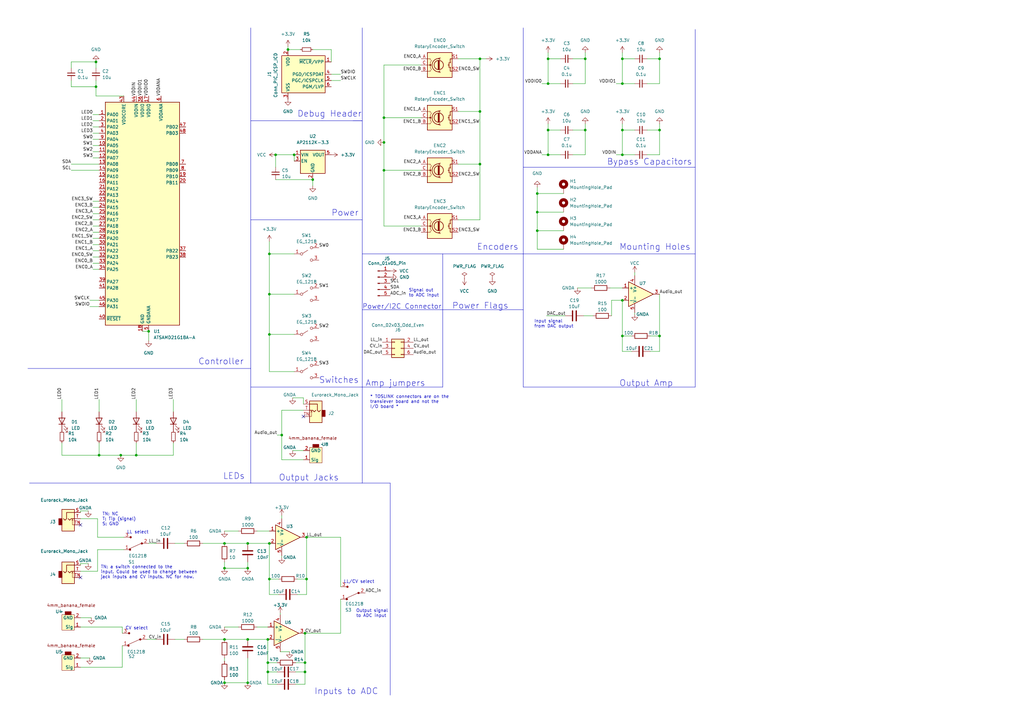
<source format=kicad_sch>
(kicad_sch (version 20230121) (generator eeschema)
  (paper "A3")
  (lib_symbols
    (symbol "4mm_female_banana_1"
      (property "Reference" "U" (at 0 0 0))
      (symbol "4mm_female_banana_1_1_1"
        (text "4mm_banana_female" (at 3.81 2.54 0) (effects (font (size 1.27 1.27))))
        (pin passive line (at 7.62 -6.35 180) (length 2.54) (name "Sig") (number "1"))
        (pin passive line (at 7.62 -2.54 180) (length 2.54) (name "GND") (number "2"))
      )
    )
    (symbol "Connector:Conn_01x05_Pin" (pin_names (offset 1.016) hide)
      (property "Reference" "J" (at 0 7.62 0))
      (property "Value" "Conn_01x05_Pin" (at 0 -7.62 0))
      (symbol "Conn_01x05_Pin_1_1"
        (pin passive line (at 5.08 5.08 180) (length 3.81) (name "Pin_1") (number "1"))
        (pin passive line (at 5.08 2.54 180) (length 3.81) (name "Pin_2") (number "2"))
        (pin passive line (at 5.08 0 180) (length 3.81) (name "Pin_3") (number "3"))
        (pin passive line (at 5.08 -2.54 180) (length 3.81) (name "Pin_4") (number "4"))
        (pin passive line (at 5.08 -5.08 180) (length 3.81) (name "Pin_5") (number "5"))
      )
    )
    (symbol "Connector:Conn_PIC_ICSP_ICD"
      (property "Reference" "J" (at 6.35 8.89 0))
      (property "Value" "Conn_PIC_ICSP_ICD" (at -8.89 -1.27 90))
      (symbol "Conn_PIC_ICSP_ICD_1_1"
        (pin passive line (at 12.7 5.08 180) (length 2.54) (name "~{MCLR}/VPP") (number "1"))
        (pin passive line (at -5.08 10.16 270) (length 2.54) (name "VDD") (number "2"))
        (pin power_in line (at -5.08 -10.16 90) (length 2.54) (name "VSS") (number "3"))
        (pin bidirectional line (at 12.7 0 180) (length 2.54) (name "PGD/ICSPDAT") (number "4"))
        (pin output line (at 12.7 -2.54 180) (length 2.54) (name "PGC/ICSPCLK") (number "5"))
        (pin output line (at 12.7 -5.08 180) (length 2.54) (name "PGM/LVP") (number "6"))
      )
    )
    (symbol "Connector_Generic:Conn_02x03_Odd_Even" (pin_names (offset 1.016) hide)
      (property "Reference" "J" (at 1.27 5.08 0))
      (property "Value" "Conn_02x03_Odd_Even" (at 1.27 -5.08 0))
      (symbol "Conn_02x03_Odd_Even_1_1"
        (pin passive line (at -5.08 2.54 0) (length 3.81) (name "Pin_1") (number "1"))
        (pin passive line (at 7.62 2.54 180) (length 3.81) (name "Pin_2") (number "2"))
        (pin passive line (at -5.08 0 0) (length 3.81) (name "Pin_3") (number "3"))
        (pin passive line (at 7.62 0 180) (length 3.81) (name "Pin_4") (number "4"))
        (pin passive line (at -5.08 -2.54 0) (length 3.81) (name "Pin_5") (number "5"))
        (pin passive line (at 7.62 -2.54 180) (length 3.81) (name "Pin_6") (number "6"))
      )
    )
    (symbol "Custom:EG_1218"
      (property "Reference" "SW" (at 0 2.54 0))
      (property "Value" "EG_1218" (at 0 0 0))
      (symbol "EG_1218_1_1"
        (pin passive line (at -5.08 -7.62 0) (length 2.54) (name "") (number "1"))
        (pin passive line (at 5.08 -5.08 180) (length 2.54) (name "") (number "2"))
        (pin passive line (at 5.08 -10.16 180) (length 2.54) (name "") (number "3"))
      )
    )
    (symbol "Device:C" (pin_numbers hide) (pin_names (offset 0.254))
      (property "Reference" "C" (at 0.635 2.54 0))
      (property "Value" "C" (at 0.635 -2.54 0))
      (symbol "C_1_1"
        (pin passive line (at 0 3.81 270) (length 2.794) (name "~") (number "1"))
        (pin passive line (at 0 -3.81 90) (length 2.794) (name "~") (number "2"))
      )
    )
    (symbol "Device:C_Small" (pin_numbers hide) (pin_names (offset 0.254) hide)
      (property "Reference" "C" (at 0.254 1.778 0))
      (property "Value" "C_Small" (at 0.254 -2.032 0))
      (symbol "C_Small_1_1"
        (pin passive line (at 0 2.54 270) (length 2.032) (name "~") (number "1"))
        (pin passive line (at 0 -2.54 90) (length 2.032) (name "~") (number "2"))
      )
    )
    (symbol "Device:LED" (pin_numbers hide) (pin_names (offset 1.016) hide)
      (property "Reference" "D" (at 0 2.54 0))
      (property "Value" "LED" (at 0 -2.54 0))
      (symbol "LED_1_1"
        (pin passive line (at -3.81 0 0) (length 2.54) (name "K") (number "1"))
        (pin passive line (at 3.81 0 180) (length 2.54) (name "A") (number "2"))
      )
    )
    (symbol "Device:R" (pin_numbers hide) (pin_names (offset 0))
      (property "Reference" "R" (at 2.032 0 90))
      (property "Value" "R" (at 0 0 90))
      (symbol "R_1_1"
        (pin passive line (at 0 3.81 270) (length 1.27) (name "~") (number "1"))
        (pin passive line (at 0 -3.81 90) (length 1.27) (name "~") (number "2"))
      )
    )
    (symbol "Device:R_Small" (pin_numbers hide) (pin_names (offset 0.254) hide)
      (property "Reference" "R" (at 0.762 0.508 0))
      (property "Value" "R_Small" (at 0.762 -1.016 0))
      (symbol "R_Small_1_1"
        (pin passive line (at 0 2.54 270) (length 0.762) (name "~") (number "1"))
        (pin passive line (at 0 -2.54 90) (length 0.762) (name "~") (number "2"))
      )
    )
    (symbol "Device:RotaryEncoder_Switch" (pin_names (offset 0.254) hide)
      (property "Reference" "SW" (at 0 6.604 0))
      (property "Value" "RotaryEncoder_Switch" (at 0 -6.604 0))
      (symbol "RotaryEncoder_Switch_1_1"
        (pin passive line (at -7.62 2.54 0) (length 2.54) (name "A") (number "A"))
        (pin passive line (at -7.62 -2.54 0) (length 2.54) (name "B") (number "B"))
        (pin passive line (at -7.62 0 0) (length 2.54) (name "C") (number "C"))
        (pin passive line (at 7.62 2.54 180) (length 2.54) (name "S1") (number "S1"))
        (pin passive line (at 7.62 -2.54 180) (length 2.54) (name "S2") (number "S2"))
      )
    )
    (symbol "GNDA_2" (power) (pin_names (offset 0))
      (property "Value" "GNDA_2" (at 0 -3.81 0))
      (symbol "GNDA_2_1_1"
        (pin power_in line (at 0 0 270) (length 0) hide (name "GNDA") (number "1"))
      )
    )
    (symbol "MCU_Microchip_SAMD:ATSAMD21G18A-A"
      (property "Reference" "U" (at -13.97 46.99 0))
      (property "Value" "ATSAMD21G18A-A" (at 16.51 46.99 0))
      (symbol "ATSAMD21G18A-A_1_1"
        (pin bidirectional line (at -17.78 40.64 0) (length 2.54) (name "PA00") (number "1"))
        (pin bidirectional line (at -17.78 27.94 0) (length 2.54) (name "PA05") (number "10"))
        (pin bidirectional line (at -17.78 25.4 0) (length 2.54) (name "PA06") (number "11"))
        (pin bidirectional line (at -17.78 22.86 0) (length 2.54) (name "PA07") (number "12"))
        (pin bidirectional line (at -17.78 20.32 0) (length 2.54) (name "PA08") (number "13"))
        (pin bidirectional line (at -17.78 17.78 0) (length 2.54) (name "PA09") (number "14"))
        (pin bidirectional line (at -17.78 15.24 0) (length 2.54) (name "PA10") (number "15"))
        (pin bidirectional line (at -17.78 12.7 0) (length 2.54) (name "PA11") (number "16"))
        (pin power_in line (at 2.54 48.26 270) (length 2.54) (name "VDDIO") (number "17"))
        (pin power_in line (at 0 -48.26 90) (length 2.54) (name "GND") (number "18"))
        (pin bidirectional line (at 17.78 15.24 180) (length 2.54) (name "PB10") (number "19"))
        (pin bidirectional line (at -17.78 38.1 0) (length 2.54) (name "PA01") (number "2"))
        (pin bidirectional line (at 17.78 12.7 180) (length 2.54) (name "PB11") (number "20"))
        (pin bidirectional line (at -17.78 10.16 0) (length 2.54) (name "PA12") (number "21"))
        (pin bidirectional line (at -17.78 7.62 0) (length 2.54) (name "PA13") (number "22"))
        (pin bidirectional line (at -17.78 5.08 0) (length 2.54) (name "PA14") (number "23"))
        (pin bidirectional line (at -17.78 2.54 0) (length 2.54) (name "PA15") (number "24"))
        (pin bidirectional line (at -17.78 0 0) (length 2.54) (name "PA16") (number "25"))
        (pin bidirectional line (at -17.78 -2.54 0) (length 2.54) (name "PA17") (number "26"))
        (pin bidirectional line (at -17.78 -5.08 0) (length 2.54) (name "PA18") (number "27"))
        (pin bidirectional line (at -17.78 -7.62 0) (length 2.54) (name "PA19") (number "28"))
        (pin bidirectional line (at -17.78 -10.16 0) (length 2.54) (name "PA20") (number "29"))
        (pin bidirectional line (at -17.78 35.56 0) (length 2.54) (name "PA02") (number "3"))
        (pin bidirectional line (at -17.78 -12.7 0) (length 2.54) (name "PA21") (number "30"))
        (pin bidirectional line (at -17.78 -15.24 0) (length 2.54) (name "PA22") (number "31"))
        (pin bidirectional line (at -17.78 -17.78 0) (length 2.54) (name "PA23") (number "32"))
        (pin bidirectional line (at -17.78 -20.32 0) (length 2.54) (name "PA24") (number "33"))
        (pin bidirectional line (at -17.78 -22.86 0) (length 2.54) (name "PA25") (number "34"))
        (pin passive line (at 0 -48.26 90) (length 2.54) hide (name "GND") (number "35"))
        (pin power_in line (at 0 48.26 270) (length 2.54) (name "VDDIO") (number "36"))
        (pin bidirectional line (at 17.78 -15.24 180) (length 2.54) (name "PB22") (number "37"))
        (pin bidirectional line (at 17.78 -17.78 180) (length 2.54) (name "PB23") (number "38"))
        (pin bidirectional line (at -17.78 -27.94 0) (length 2.54) (name "PA27") (number "39"))
        (pin bidirectional line (at -17.78 33.02 0) (length 2.54) (name "PA03") (number "4"))
        (pin input line (at -17.78 -43.18 0) (length 2.54) (name "~{RESET}") (number "40"))
        (pin bidirectional line (at -17.78 -30.48 0) (length 2.54) (name "PA28") (number "41"))
        (pin passive line (at 0 -48.26 90) (length 2.54) hide (name "GND") (number "42"))
        (pin power_out line (at -7.62 48.26 270) (length 2.54) (name "VDDCORE") (number "43"))
        (pin power_in line (at -2.54 48.26 270) (length 2.54) (name "VDDIN") (number "44"))
        (pin bidirectional line (at -17.78 -35.56 0) (length 2.54) (name "PA30") (number "45"))
        (pin bidirectional line (at -17.78 -38.1 0) (length 2.54) (name "PA31") (number "46"))
        (pin bidirectional line (at 17.78 35.56 180) (length 2.54) (name "PB02") (number "47"))
        (pin bidirectional line (at 17.78 33.02 180) (length 2.54) (name "PB03") (number "48"))
        (pin power_in line (at 2.54 -48.26 90) (length 2.54) (name "GNDANA") (number "5"))
        (pin power_in line (at 7.62 48.26 270) (length 2.54) (name "VDDANA") (number "6"))
        (pin bidirectional line (at 17.78 20.32 180) (length 2.54) (name "PB08") (number "7"))
        (pin bidirectional line (at 17.78 17.78 180) (length 2.54) (name "PB09") (number "8"))
        (pin bidirectional line (at -17.78 30.48 0) (length 2.54) (name "PA04") (number "9"))
      )
    )
    (symbol "Mechanical:MountingHole_Pad" (pin_numbers hide) (pin_names (offset 1.016) hide)
      (property "Reference" "H" (at 0 6.35 0))
      (property "Value" "MountingHole_Pad" (at 0 4.445 0))
      (symbol "MountingHole_Pad_1_1"
        (pin input line (at 0 -2.54 90) (length 2.54) (name "1") (number "1"))
      )
    )
    (symbol "Regulator_Linear:AP2112K-3.3" (pin_names (offset 0.254))
      (property "Reference" "U" (at -5.08 5.715 0))
      (property "Value" "AP2112K-3.3" (at 0 5.715 0))
      (symbol "AP2112K-3.3_1_1"
        (pin power_in line (at -7.62 2.54 0) (length 2.54) (name "VIN") (number "1"))
        (pin power_in line (at 0 -7.62 90) (length 2.54) (name "GND") (number "2"))
        (pin input line (at -7.62 0 0) (length 2.54) (name "EN") (number "3"))
        (pin no_connect line (at 5.08 0 180) (length 2.54) hide (name "NC") (number "4"))
        (pin power_out line (at 7.62 2.54 180) (length 2.54) (name "VOUT") (number "5"))
      )
    )
    (symbol "Simulation_SPICE:OPAMP" (pin_names (offset 0.254))
      (property "Reference" "U" (at 3.81 3.175 0))
      (property "Value" "${SIM.PARAMS}" (at 3.81 -3.175 0))
      (symbol "OPAMP_1_1"
        (pin input line (at -7.62 2.54 0) (length 2.54) (name "+") (number "1"))
        (pin input line (at -7.62 -2.54 0) (length 2.54) (name "-") (number "2"))
        (pin output line (at 7.62 0 180) (length 2.54) (name "~") (number "3"))
        (pin power_in line (at -2.54 7.62 270) (length 3.81) (name "V+") (number "4"))
        (pin power_in line (at -2.54 -7.62 90) (length 3.81) (name "V-") (number "5"))
      )
    )
    (symbol "custom_lib:4mm_female_banana"
      (property "Reference" "U" (at 0 0 0))
      (symbol "4mm_female_banana_1_1"
        (text "4mm_banana_female" (at 3.81 2.54 0) (effects (font (size 1.27 1.27))))
        (pin passive line (at 7.62 -6.35 180) (length 2.54) (name "Sig") (number "1"))
        (pin passive line (at 7.62 -2.54 180) (length 2.54) (name "GND") (number "2"))
      )
    )
    (symbol "dk_Slide-Switches:EG1218" (pin_names (offset 0))
      (property "Reference" "S" (at -3.81 2.286 0))
      (property "Value" "EG1218" (at 0 -5.334 0))
      (symbol "EG1218_1_1"
        (pin passive line (at 5.08 2.54 180) (length 2.54) (name "~") (number "1"))
        (pin passive line (at -5.08 0 0) (length 2.54) (name "~") (number "2"))
        (pin passive line (at 5.08 -2.54 180) (length 2.54) (name "~") (number "3"))
      )
    )
    (symbol "power:+3.3V" (power) (pin_names (offset 0))
      (property "Value" "+3.3V" (at 0 3.556 0))
      (symbol "+3.3V_1_1"
        (pin power_in line (at 0 0 90) (length 0) hide (name "+3.3V") (number "1"))
      )
    )
    (symbol "power:GND" (power) (pin_names (offset 0))
      (property "Value" "GND" (at 0 -3.81 0))
      (symbol "GND_1_1"
        (pin power_in line (at 0 0 270) (length 0) hide (name "GND") (number "1"))
      )
    )
    (symbol "power:PWR_FLAG" (power) (pin_numbers hide) (pin_names (offset 0) hide)
      (property "Value" "PWR_FLAG" (at 0 3.81 0))
      (symbol "PWR_FLAG_0_0"
        (pin power_out line (at 0 0 90) (length 0) (name "pwr") (number "1"))
      )
    )
    (symbol "power:VCC" (power) (pin_names (offset 0))
      (property "Value" "VCC" (at 0 3.81 0))
      (symbol "VCC_1_1"
        (pin power_in line (at 0 0 90) (length 0) hide (name "VCC") (number "1"))
      )
    )
    (symbol "winterbloom:Eurorack_Mono_Jack" (pin_names hide)
      (property "Reference" "J" (at 3.302 -4.064 0))
      (property "Value" "Eurorack_Mono_Jack" (at 0 5.08 0))
      (symbol "Eurorack_Mono_Jack_1_1"
        (pin passive line (at -5.08 -3.81 0) (length 2.54) (name "Sleeve") (number "S"))
        (pin passive line (at -5.08 -1.27 0) (length 2.54) (name "Tip") (number "T"))
        (pin passive line (at -5.08 1.27 0) (length 2.54) (name "Tip_normalize") (number "TN"))
      )
    )
  )
  (junction (at 113.03 63.5))
  (junction (at 55.88 186.69))
  (junction (at 270.51 137.795))
  (junction (at 125.095 259.715))
  (junction (at 92.075 233.045))
  (junction (at 255.27 123.19))
  (junction (at 224.79 53.34))
  (junction (at 220.345 94.615))
  (junction (at 224.79 34.29))
  (junction (at 92.075 262.255))
  (junction (at 49.53 186.69))
  (junction (at 110.49 120.65))
  (junction (at 118.11 20.32))
  (junction (at 196.85 45.72))
  (junction (at 39.37 35.56))
  (junction (at 115.57 178.435))
  (junction (at 224.79 24.13))
  (junction (at 270.51 53.34))
  (junction (at 92.075 222.885))
  (junction (at 157.48 58.42))
  (junction (at 196.85 67.31))
  (junction (at 60.96 135.89))
  (junction (at 255.27 63.5))
  (junction (at 110.49 237.49))
  (junction (at 92.075 280.035))
  (junction (at 110.49 137.16))
  (junction (at 157.48 69.85))
  (junction (at 255.27 24.13))
  (junction (at 120.65 63.5))
  (junction (at 110.49 222.885))
  (junction (at 101.6 262.255))
  (junction (at 125.095 271.78))
  (junction (at 128.27 73.66))
  (junction (at 157.48 48.26))
  (junction (at 40.64 186.69))
  (junction (at 255.27 34.29))
  (junction (at 125.095 275.59))
  (junction (at 220.345 79.375))
  (junction (at 240.03 53.34))
  (junction (at 101.6 222.885))
  (junction (at 110.49 104.14))
  (junction (at 125.73 237.49))
  (junction (at 101.6 233.045))
  (junction (at 240.03 24.13))
  (junction (at 224.79 63.5))
  (junction (at 109.855 275.59))
  (junction (at 101.6 280.035))
  (junction (at 125.73 220.345))
  (junction (at 220.345 86.995))
  (junction (at 270.51 24.13))
  (junction (at 196.85 24.13))
  (junction (at 255.27 137.795))
  (junction (at 109.855 271.78))
  (junction (at 39.37 25.4))
  (junction (at 109.855 262.255))
  (junction (at 255.27 53.34))
  (no_connect (at 33.02 215.265))
  (no_connect (at 124.46 170.815))
  (no_connect (at 33.02 236.855))
  (wire (pts (xy 110.49 104.14) (xy 110.49 120.65)))
  (wire (pts (xy 33.02 273.685) (xy 50.165 273.685)))
  (polyline (pts (xy 148.59 90.17) (xy 148.59 49.53)))
  (wire (pts (xy 224.79 24.13) (xy 229.87 24.13)))
  (wire (pts (xy 121.92 243.84) (xy 125.73 243.84)))
  (wire (pts (xy 38.1 95.25) (xy 40.64 95.25)))
  (polyline (pts (xy 148.59 158.75) (xy 102.87 158.75)))
  (wire (pts (xy 38.1 100.33) (xy 40.64 100.33)))
  (polyline (pts (xy 148.59 158.75) (xy 148.59 198.12)))
  (wire (pts (xy 110.49 237.49) (xy 110.49 222.885)))
  (polyline (pts (xy 102.87 198.12) (xy 160.02 198.12)))
  (wire (pts (xy 83.185 222.885) (xy 92.075 222.885)))
  (wire (pts (xy 40.64 181.61) (xy 40.64 186.69)))
  (polyline (pts (xy 214.63 127) (xy 181.61 127)))
  (wire (pts (xy 83.185 262.255) (xy 92.075 262.255)))
  (polyline (pts (xy 214.63 11.43) (xy 214.63 104.14)))
  (polyline (pts (xy 160.02 198.12) (xy 160.02 285.115)))
  (polyline (pts (xy 214.63 104.14) (xy 214.63 127)))
  (wire (pts (xy 33.02 234.315) (xy 40.005 234.315)))
  (wire (pts (xy 125.095 280.67) (xy 125.095 275.59)))
  (wire (pts (xy 255.27 123.19) (xy 255.27 137.795)))
  (wire (pts (xy 255.27 63.5) (xy 260.35 63.5)))
  (wire (pts (xy 40.005 212.725) (xy 40.005 220.345)))
  (wire (pts (xy 40.64 186.69) (xy 49.53 186.69)))
  (wire (pts (xy 240.03 24.13) (xy 240.03 21.59)))
  (wire (pts (xy 239.395 129.54) (xy 243.205 129.54)))
  (wire (pts (xy 38.1 102.87) (xy 40.64 102.87)))
  (wire (pts (xy 255.27 53.34) (xy 255.27 63.5)))
  (wire (pts (xy 33.02 212.725) (xy 40.005 212.725)))
  (wire (pts (xy 265.43 63.5) (xy 270.51 63.5)))
  (wire (pts (xy 157.48 69.85) (xy 157.48 58.42)))
  (wire (pts (xy 252.73 63.5) (xy 255.27 63.5)))
  (wire (pts (xy 38.1 49.53) (xy 40.64 49.53)))
  (wire (pts (xy 55.88 163.83) (xy 55.88 168.91)))
  (wire (pts (xy 270.51 34.29) (xy 270.51 24.13)))
  (wire (pts (xy 38.1 97.79) (xy 40.64 97.79)))
  (wire (pts (xy 25.4 186.69) (xy 40.64 186.69)))
  (wire (pts (xy 40.64 163.83) (xy 40.64 168.91)))
  (polyline (pts (xy 214.63 127) (xy 214.63 158.75)))
  (wire (pts (xy 265.43 24.13) (xy 270.51 24.13)))
  (wire (pts (xy 101.6 262.255) (xy 109.855 262.255)))
  (wire (pts (xy 135.89 30.48) (xy 139.7 30.48)))
  (wire (pts (xy 109.855 271.78) (xy 109.855 262.255)))
  (wire (pts (xy 113.03 63.5) (xy 113.03 68.58)))
  (wire (pts (xy 157.48 48.26) (xy 157.48 26.67)))
  (wire (pts (xy 38.1 62.23) (xy 40.64 62.23)))
  (wire (pts (xy 39.37 25.4) (xy 39.37 27.94)))
  (wire (pts (xy 29.21 35.56) (xy 39.37 35.56)))
  (wire (pts (xy 224.79 24.13) (xy 224.79 34.29)))
  (wire (pts (xy 71.755 222.885) (xy 75.565 222.885)))
  (wire (pts (xy 113.665 271.78) (xy 109.855 271.78)))
  (wire (pts (xy 157.48 58.42) (xy 157.48 48.26)))
  (polyline (pts (xy 144.78 49.53) (xy 148.59 49.53)))
  (polyline (pts (xy 214.63 68.58) (xy 285.115 68.58)))
  (wire (pts (xy 196.85 67.31) (xy 187.96 67.31)))
  (wire (pts (xy 270.51 24.13) (xy 270.51 21.59)))
  (polyline (pts (xy 102.87 151.13) (xy 102.87 198.12)))
  (wire (pts (xy 255.27 50.8) (xy 255.27 53.34)))
  (wire (pts (xy 252.73 34.29) (xy 255.27 34.29)))
  (wire (pts (xy 55.88 186.69) (xy 71.12 186.69)))
  (polyline (pts (xy 148.59 104.14) (xy 214.63 104.14)))
  (wire (pts (xy 220.345 79.375) (xy 220.345 86.995)))
  (wire (pts (xy 38.1 92.71) (xy 40.64 92.71)))
  (wire (pts (xy 29.21 67.31) (xy 40.64 67.31)))
  (wire (pts (xy 139.7 240.665) (xy 139.7 220.345)))
  (wire (pts (xy 231.14 79.375) (xy 220.345 79.375)))
  (polyline (pts (xy 12.065 198.12) (xy 102.87 198.12)))
  (wire (pts (xy 172.72 92.71) (xy 157.48 92.71)))
  (wire (pts (xy 255.27 53.34) (xy 260.35 53.34)))
  (wire (pts (xy 270.51 120.65) (xy 270.51 137.795)))
  (wire (pts (xy 224.79 34.29) (xy 229.87 34.29)))
  (wire (pts (xy 114.935 251.46) (xy 114.935 252.095)))
  (wire (pts (xy 157.48 92.71) (xy 157.48 69.85)))
  (polyline (pts (xy 181.61 127) (xy 181.61 104.14)))
  (wire (pts (xy 101.6 269.875) (xy 101.6 280.035)))
  (wire (pts (xy 224.79 63.5) (xy 229.87 63.5)))
  (wire (pts (xy 196.85 90.17) (xy 187.96 90.17)))
  (wire (pts (xy 255.27 24.13) (xy 260.35 24.13)))
  (wire (pts (xy 120.015 163.195) (xy 124.46 163.195)))
  (wire (pts (xy 110.49 120.65) (xy 120.65 120.65)))
  (wire (pts (xy 220.345 94.615) (xy 220.345 102.235)))
  (wire (pts (xy 118.11 19.05) (xy 118.11 20.32)))
  (wire (pts (xy 92.075 233.045) (xy 101.6 233.045)))
  (wire (pts (xy 38.1 64.77) (xy 40.64 64.77)))
  (wire (pts (xy 36.83 123.19) (xy 40.64 123.19)))
  (wire (pts (xy 38.1 87.63) (xy 40.64 87.63)))
  (wire (pts (xy 49.53 186.69) (xy 55.88 186.69)))
  (wire (pts (xy 250.825 129.54) (xy 250.825 123.19)))
  (wire (pts (xy 115.57 168.275) (xy 115.57 178.435)))
  (wire (pts (xy 109.855 280.67) (xy 109.855 275.59)))
  (wire (pts (xy 33.02 253.365) (xy 37.465 253.365)))
  (wire (pts (xy 120.65 63.5) (xy 120.65 66.04)))
  (wire (pts (xy 196.85 45.72) (xy 187.96 45.72)))
  (wire (pts (xy 38.1 105.41) (xy 40.64 105.41)))
  (wire (pts (xy 92.075 280.035) (xy 101.6 280.035)))
  (wire (pts (xy 124.46 188.595) (xy 115.57 188.595)))
  (polyline (pts (xy 181.61 158.75) (xy 181.61 127)))
  (wire (pts (xy 222.25 63.5) (xy 224.79 63.5)))
  (wire (pts (xy 33.02 231.14) (xy 33.02 231.775)))
  (wire (pts (xy 255.27 144.145) (xy 255.27 137.795)))
  (wire (pts (xy 113.665 275.59) (xy 109.855 275.59)))
  (wire (pts (xy 259.08 137.795) (xy 255.27 137.795)))
  (wire (pts (xy 114.935 267.335) (xy 118.745 267.335)))
  (polyline (pts (xy 285.115 68.58) (xy 285.115 104.14)))
  (wire (pts (xy 39.37 35.56) (xy 39.37 39.37)))
  (wire (pts (xy 71.12 181.61) (xy 71.12 186.69)))
  (wire (pts (xy 39.37 39.37) (xy 50.8 39.37)))
  (wire (pts (xy 125.73 237.49) (xy 125.73 243.84)))
  (wire (pts (xy 157.48 48.26) (xy 172.72 48.26)))
  (wire (pts (xy 139.7 245.745) (xy 139.7 259.715)))
  (wire (pts (xy 33.02 257.175) (xy 50.165 257.175)))
  (wire (pts (xy 38.1 46.99) (xy 40.64 46.99)))
  (wire (pts (xy 101.6 222.885) (xy 110.49 222.885)))
  (wire (pts (xy 92.075 269.875) (xy 92.075 271.145)))
  (wire (pts (xy 40.005 225.425) (xy 50.8 225.425)))
  (wire (pts (xy 157.48 26.67) (xy 172.72 26.67)))
  (wire (pts (xy 224.79 21.59) (xy 224.79 24.13)))
  (wire (pts (xy 139.7 259.715) (xy 125.095 259.715)))
  (wire (pts (xy 110.49 99.06) (xy 110.49 104.14)))
  (wire (pts (xy 231.14 102.235) (xy 220.345 102.235)))
  (wire (pts (xy 40.005 220.345) (xy 50.8 220.345)))
  (wire (pts (xy 260.35 111.76) (xy 260.35 113.03)))
  (wire (pts (xy 110.49 137.16) (xy 120.65 137.16)))
  (wire (pts (xy 196.85 24.13) (xy 199.39 24.13)))
  (wire (pts (xy 113.03 73.66) (xy 128.27 73.66)))
  (wire (pts (xy 115.57 168.275) (xy 124.46 168.275)))
  (polyline (pts (xy 285.115 158.75) (xy 285.115 104.14)))
  (polyline (pts (xy 214.63 158.75) (xy 285.115 158.75)))
  (wire (pts (xy 101.6 230.505) (xy 101.6 233.045)))
  (wire (pts (xy 234.95 53.34) (xy 240.03 53.34)))
  (polyline (pts (xy 148.59 158.75) (xy 181.61 158.75)))
  (wire (pts (xy 92.075 257.175) (xy 97.79 257.175)))
  (wire (pts (xy 220.345 86.995) (xy 220.345 94.615)))
  (wire (pts (xy 265.43 34.29) (xy 270.51 34.29)))
  (wire (pts (xy 38.1 90.17) (xy 40.64 90.17)))
  (wire (pts (xy 113.665 280.67) (xy 109.855 280.67)))
  (wire (pts (xy 240.03 34.29) (xy 240.03 24.13)))
  (wire (pts (xy 125.095 259.715) (xy 125.095 271.78)))
  (wire (pts (xy 187.96 24.13) (xy 196.85 24.13)))
  (wire (pts (xy 110.49 120.65) (xy 110.49 137.16)))
  (wire (pts (xy 224.79 50.8) (xy 224.79 53.34)))
  (wire (pts (xy 234.95 63.5) (xy 240.03 63.5)))
  (wire (pts (xy 36.83 125.73) (xy 40.64 125.73)))
  (wire (pts (xy 109.855 271.78) (xy 109.855 275.59)))
  (wire (pts (xy 92.075 262.255) (xy 101.6 262.255)))
  (wire (pts (xy 222.25 34.29) (xy 224.79 34.29)))
  (wire (pts (xy 38.1 82.55) (xy 40.64 82.55)))
  (wire (pts (xy 36.195 209.55) (xy 33.02 209.55)))
  (wire (pts (xy 92.075 222.885) (xy 101.6 222.885)))
  (wire (pts (xy 224.79 53.34) (xy 224.79 63.5)))
  (wire (pts (xy 113.665 178.435) (xy 115.57 178.435)))
  (wire (pts (xy 128.27 20.32) (xy 135.89 20.32)))
  (wire (pts (xy 115.57 228.6) (xy 115.57 227.965)))
  (polyline (pts (xy 102.87 90.17) (xy 148.59 90.17)))
  (wire (pts (xy 234.95 24.13) (xy 240.03 24.13)))
  (wire (pts (xy 224.79 53.34) (xy 229.87 53.34)))
  (polyline (pts (xy 148.59 90.17) (xy 148.59 158.75)))
  (wire (pts (xy 29.21 69.85) (xy 40.64 69.85)))
  (wire (pts (xy 118.11 20.32) (xy 123.19 20.32)))
  (wire (pts (xy 105.41 217.805) (xy 110.49 217.805)))
  (wire (pts (xy 92.075 217.805) (xy 97.79 217.805)))
  (wire (pts (xy 250.19 118.11) (xy 255.27 118.11)))
  (wire (pts (xy 220.345 86.995) (xy 231.14 86.995)))
  (wire (pts (xy 121.285 271.78) (xy 125.095 271.78)))
  (wire (pts (xy 50.165 257.175) (xy 50.165 259.715)))
  (wire (pts (xy 125.73 220.345) (xy 125.73 237.49)))
  (wire (pts (xy 255.27 24.13) (xy 255.27 34.29)))
  (wire (pts (xy 36.195 231.14) (xy 33.02 231.14)))
  (wire (pts (xy 110.49 137.16) (xy 110.49 152.4)))
  (wire (pts (xy 270.51 63.5) (xy 270.51 53.34)))
  (wire (pts (xy 236.855 118.11) (xy 242.57 118.11)))
  (wire (pts (xy 255.27 21.59) (xy 255.27 24.13)))
  (wire (pts (xy 135.89 20.32) (xy 135.89 25.4)))
  (wire (pts (xy 29.21 25.4) (xy 39.37 25.4)))
  (wire (pts (xy 196.85 67.31) (xy 196.85 90.17)))
  (wire (pts (xy 121.285 275.59) (xy 125.095 275.59)))
  (wire (pts (xy 25.4 181.61) (xy 25.4 186.69)))
  (wire (pts (xy 39.37 33.02) (xy 39.37 35.56)))
  (wire (pts (xy 114.3 237.49) (xy 110.49 237.49)))
  (wire (pts (xy 38.1 52.07) (xy 40.64 52.07)))
  (polyline (pts (xy 102.87 49.53) (xy 148.59 49.53)))
  (wire (pts (xy 38.1 59.69) (xy 40.64 59.69)))
  (wire (pts (xy 25.4 163.83) (xy 25.4 168.91)))
  (polyline (pts (xy 11.43 151.13) (xy 102.87 151.13)))
  (wire (pts (xy 92.075 230.505) (xy 92.075 233.045)))
  (wire (pts (xy 110.49 104.14) (xy 120.65 104.14)))
  (wire (pts (xy 113.03 63.5) (xy 120.65 63.5)))
  (wire (pts (xy 231.14 94.615) (xy 220.345 94.615)))
  (wire (pts (xy 266.7 137.795) (xy 270.51 137.795)))
  (wire (pts (xy 33.02 209.55) (xy 33.02 210.185)))
  (wire (pts (xy 60.325 262.255) (xy 64.135 262.255)))
  (wire (pts (xy 71.12 163.83) (xy 71.12 168.91)))
  (wire (pts (xy 105.41 257.175) (xy 109.855 257.175)))
  (wire (pts (xy 38.1 57.15) (xy 40.64 57.15)))
  (wire (pts (xy 121.92 237.49) (xy 125.73 237.49)))
  (wire (pts (xy 196.85 45.72) (xy 196.85 67.31)))
  (wire (pts (xy 40.005 234.315) (xy 40.005 225.425)))
  (wire (pts (xy 60.96 135.89) (xy 60.96 139.7)))
  (wire (pts (xy 172.72 69.85) (xy 157.48 69.85)))
  (wire (pts (xy 135.89 33.02) (xy 139.7 33.02)))
  (wire (pts (xy 114.3 243.84) (xy 110.49 243.84)))
  (wire (pts (xy 234.95 34.29) (xy 240.03 34.29)))
  (polyline (pts (xy 148.59 11.43) (xy 148.59 49.53)))
  (wire (pts (xy 29.21 33.02) (xy 29.21 35.56)))
  (wire (pts (xy 196.85 24.13) (xy 196.85 45.72)))
  (wire (pts (xy 120.015 184.785) (xy 124.46 184.785)))
  (polyline (pts (xy 102.87 11.43) (xy 102.87 151.13)))
  (wire (pts (xy 109.855 262.255) (xy 110.49 262.255)))
  (wire (pts (xy 240.03 63.5) (xy 240.03 53.34)))
  (wire (pts (xy 260.35 128.905) (xy 260.35 128.27)))
  (wire (pts (xy 125.095 271.78) (xy 125.095 275.59)))
  (polyline (pts (xy 285.115 12.065) (xy 285.115 68.58)))
  (wire (pts (xy 220.345 79.375) (xy 220.345 76.835)))
  (wire (pts (xy 115.57 211.455) (xy 115.57 212.725)))
  (wire (pts (xy 110.49 152.4) (xy 120.65 152.4)))
  (wire (pts (xy 115.57 178.435) (xy 115.57 188.595)))
  (wire (pts (xy 124.46 165.735) (xy 124.46 163.195)))
  (wire (pts (xy 265.43 53.34) (xy 270.51 53.34)))
  (wire (pts (xy 121.285 280.67) (xy 125.095 280.67)))
  (wire (pts (xy 270.51 137.795) (xy 270.51 144.145)))
  (wire (pts (xy 250.825 123.19) (xy 255.27 123.19)))
  (wire (pts (xy 38.1 110.49) (xy 40.64 110.49)))
  (wire (pts (xy 58.42 135.89) (xy 60.96 135.89)))
  (wire (pts (xy 270.51 53.34) (xy 270.51 50.8)))
  (wire (pts (xy 60.96 222.885) (xy 64.135 222.885)))
  (wire (pts (xy 55.88 181.61) (xy 55.88 186.69)))
  (wire (pts (xy 71.755 262.255) (xy 75.565 262.255)))
  (wire (pts (xy 50.165 273.685) (xy 50.165 264.795)))
  (wire (pts (xy 224.155 129.54) (xy 231.775 129.54)))
  (polyline (pts (xy 148.59 127) (xy 181.61 127)))
  (wire (pts (xy 139.7 220.345) (xy 125.73 220.345)))
  (wire (pts (xy 255.27 34.29) (xy 260.35 34.29)))
  (wire (pts (xy 110.49 243.84) (xy 110.49 237.49)))
  (wire (pts (xy 259.08 144.145) (xy 255.27 144.145)))
  (wire (pts (xy 38.1 107.95) (xy 40.64 107.95)))
  (wire (pts (xy 240.03 53.34) (xy 240.03 50.8)))
  (wire (pts (xy 128.27 73.66) (xy 128.27 76.2)))
  (wire (pts (xy 29.21 27.94) (xy 29.21 25.4)))
  (wire (pts (xy 33.02 269.875) (xy 36.83 269.875)))
  (wire (pts (xy 92.075 278.765) (xy 92.075 280.035)))
  (polyline (pts (xy 214.63 104.14) (xy 285.115 104.14)))
  (wire (pts (xy 38.1 85.09) (xy 40.64 85.09)))
  (wire (pts (xy 266.7 144.145) (xy 270.51 144.145)))
  (wire (pts (xy 38.1 54.61) (xy 40.64 54.61)))
  (text "LL/CV select" (at 140.97 239.395 0) (effects (font (size 1.27 1.27)) (justify left bottom)))
  (text "TN: NC\nT: Tip (signal)\nS: GND\n\n" (at 41.91 217.805 0) (effects (font (size 1.27 1.27)) (justify left bottom)))
  (text "Input signal\nfrom DAC output" (at 219.075 134.62 0) (effects (font (size 1.27 1.27)) (justify left bottom)))
  (text "CV select" (at 51.435 258.445 0) (effects (font (size 1.27 1.27)) (justify left bottom)))
  (text "LEDs" (at 91.44 196.85 0) (effects (font (size 2.5 2.5)) (justify left bottom)))
  (text "Output Amp" (at 254 158.75 0) (effects (font (size 2.5 2.5)) (justify left bottom)))
  (text "Debug Header\n" (at 121.92 48.26 0) (effects (font (size 2.5 2.5)) (justify left bottom)))
  (text "Encoders" (at 195.58 102.87 0) (effects (font (size 2.5 2.5)) (justify left bottom)))
  (text "Amp jumpers" (at 149.86 158.75 0) (effects (font (size 2.5 2.5)) (justify left bottom)))
  (text "Output Jacks" (at 114.3 197.485 0) (effects (font (size 2.5 2.5)) (justify left bottom)))
  (text "Switches" (at 130.81 157.48 0) (effects (font (size 2.5 2.5)) (justify left bottom)))
  (text "Power" (at 135.89 88.9 0) (effects (font (size 2.5 2.5)) (justify left bottom)))
  (text "* TOSLINK connectors are on the\ntransiever board and not the\nI/O board *" (at 151.765 167.64 0) (effects (font (size 1.27 1.27)) (justify left bottom)))
  (text "Inputs to ADC" (at 128.905 285.115 0) (effects (font (size 2.5 2.5)) (justify left bottom)))
  (text "Power/I2C Connector" (at 148.59 127 0) (effects (font (size 2 2)) (justify left bottom)))
  (text "Signal out\nto ADC input" (at 167.64 121.92 0) (effects (font (size 1.27 1.27)) (justify left bottom)))
  (text "TN: a switch connected to the \ninput. Could be used to change between \njack inputs and CV inputs. NC for now." (at 41.275 237.49 0) (effects (font (size 1.27 1.27)) (justify left bottom)))
  (text "Controller" (at 81.28 149.86 0) (effects (font (size 2.5 2.5)) (justify left bottom)))
  (text "Mounting Holes" (at 254 102.87 0) (effects (font (size 2.5 2.5)) (justify left bottom)))
  (text "LL select" (at 52.07 219.075 0) (effects (font (size 1.27 1.27)) (justify left bottom)))
  (text "Bypass Capacitors" (at 248.92 67.945 0) (effects (font (size 2.5 2.5)) (justify left bottom)))
  (text "Power Flags" (at 185.42 127 0) (effects (font (size 2.5 2.5)) (justify left bottom)))
  (text "Output signal\nto ADC input" (at 146.05 253.365 0) (effects (font (size 1.27 1.27)) (justify left bottom)))
  (label "DAC_out" (at 156.845 145.415 180))
  (label "ENC3_A" (at 38.1 87.63 180))
  (label "VDDANA" (at 222.25 63.5 180))
  (label "ENC2_A" (at 172.72 67.31 180))
  (label "ADC_in" (at 149.86 243.205 0))
  (label "CV_in" (at 60.96 262.255 0))
  (label "LL_out" (at 169.545 140.335 0))
  (label "Audio_out" (at 169.545 145.415 0))
  (label "ENC2_A" (at 38.1 95.25 180))
  (label "SW0" (at 130.81 101.6 0))
  (label "SWCLK" (at 139.7 33.02 0))
  (label "ENC1_B" (at 38.1 100.33 180))
  (label "SW3" (at 130.81 149.86 0))
  (label "ENC2_B" (at 38.1 92.71 180))
  (label "SCL" (at 160.02 116.205 0))
  (label "SW0" (at 38.1 57.15 180))
  (label "SW3" (at 38.1 64.77 180))
  (label "SW1" (at 130.81 118.11 0))
  (label "ENC0_SW" (at 38.1 105.41 180))
  (label "SWDIO" (at 139.7 30.48 0))
  (label "VDDIO0" (at 60.96 39.37 90))
  (label "ENC3_B" (at 38.1 85.09 180))
  (label "ENC3_SW" (at 187.96 95.25 0))
  (label "VDDIN" (at 55.88 39.37 90))
  (label "LL_in" (at 156.845 140.335 180))
  (label "VDDANA" (at 66.04 39.37 90))
  (label "SWCLK" (at 36.83 123.19 180))
  (label "LED0" (at 38.1 46.99 180))
  (label "ENC2_SW" (at 187.96 72.39 0))
  (label "SW1" (at 38.1 59.69 180))
  (label "VDDIO1" (at 58.42 39.37 90))
  (label "ENC0_B" (at 172.72 29.21 180))
  (label "ENC2_SW" (at 38.1 90.17 180))
  (label "CV_out" (at 169.545 142.875 0))
  (label "DAC_out" (at 224.155 129.54 0))
  (label "VDDIO1" (at 252.73 34.29 180))
  (label "ENC3_B" (at 172.72 95.25 180))
  (label "ENC1_B" (at 172.72 50.8 180))
  (label "LED0" (at 25.4 163.83 90))
  (label "LED3" (at 38.1 54.61 180))
  (label "ENC1_SW" (at 38.1 97.79 180))
  (label "LL_out" (at 125.73 220.345 0))
  (label "CV_out" (at 125.095 259.715 0))
  (label "SW2" (at 38.1 62.23 180))
  (label "ENC3_SW" (at 38.1 82.55 180))
  (label "SWDIO" (at 36.83 125.73 180))
  (label "SCL" (at 29.21 69.85 180))
  (label "ENC2_B" (at 172.72 72.39 180))
  (label "SW2" (at 130.81 134.62 0))
  (label "ENC1_A" (at 38.1 102.87 180))
  (label "ADC_in" (at 160.02 121.285 0))
  (label "ENC0_A" (at 172.72 24.13 180))
  (label "SDA" (at 29.21 67.31 180))
  (label "SDA" (at 160.02 118.745 0))
  (label "LED1" (at 38.1 49.53 180))
  (label "ENC0_SW" (at 187.96 29.21 0))
  (label "ENC1_SW" (at 187.96 50.8 0))
  (label "LED2" (at 38.1 52.07 180))
  (label "LED1" (at 40.64 163.83 90))
  (label "ENC0_B" (at 38.1 107.95 180))
  (label "LL_in" (at 60.96 222.885 0))
  (label "VDDIN" (at 252.73 63.5 180))
  (label "VDDIO0" (at 222.25 34.29 180))
  (label "ENC0_A" (at 38.1 110.49 180))
  (label "Audio_out" (at 113.665 178.435 180))
  (label "LED3" (at 71.12 163.83 90))
  (label "ENC1_A" (at 172.72 45.72 180))
  (label "LED2" (at 55.88 163.83 90))
  (label "ENC3_A" (at 172.72 90.17 180))
  (label "Audio_out" (at 270.51 120.65 0))
  (label "CV_in" (at 156.845 142.875 180))
  (symbol (lib_id "Regulator_Linear:AP2112K-3.3") (at 128.27 66.04 0) (unit 1)
    (property "Reference" "U2" (at 128.27 55.88 0))
    (property "Value" "AP2112K-3.3" (at 128.27 58.42 0))
    (property "Footprint" "Package_TO_SOT_SMD:SOT-23-5" (effects hide))
    (property "Datasheet" "https://www.diodes.com/assets/Datasheets/AP2112.pdf" (effects hide))
  )
  (symbol (lib_id "Device:C_Small") (at 232.41 24.13 90) (unit 1)
    (property "Reference" "C3" (at 232.4163 17.78 90))
    (property "Value" "10u" (at 232.4163 20.32 90))
    (property "Footprint" "Capacitor_SMD:C_0603_1608Metric" (effects hide))
  )
  (symbol (lib_id "Device:LED") (at 40.64 172.72 90) (unit 1)
    (property "Reference" "D2" (at 44.45 173.0374 90) (effects (justify right)))
    (property "Value" "LED" (at 44.45 175.5774 90) (effects (justify right)))
    (property "Footprint" "LED_THT:LED_Rectangular_W5.0mm_H2.0mm" (effects hide))
  )
  (symbol (lib_id "power:+3.3V") (at 115.57 211.455 0) (unit 1)
    (property "Reference" "#PWR05" (effects hide))
    (property "Value" "+3.3V" (at 115.57 208.1634 0))
  )
  (symbol (lib_name "GNDA_2") (lib_id "power:GNDA") (at 101.6 233.045 0) (unit 1)
    (property "Reference" "#PWR04" (effects hide))
    (property "Value" "GNDA" (at 101.6 237.49 0))
  )
  (symbol (lib_id "power:+3.3V") (at 114.935 251.46 0) (unit 1)
    (property "Reference" "#PWR014" (effects hide))
    (property "Value" "+3.3V" (at 114.935 248.1684 0))
  )
  (symbol (lib_name "GNDA_2") (lib_id "power:GNDA") (at 101.6 280.035 0) (unit 1)
    (property "Reference" "#PWR012" (effects hide))
    (property "Value" "GNDA" (at 104.775 280.035 0))
  )
  (symbol (lib_id "Device:C") (at 101.6 266.065 180) (unit 1)
    (property "Reference" "C16" (at 105.41 265.43 0) (effects (justify right)))
    (property "Value" "10nF" (at 105.41 267.97 0) (effects (justify right)))
    (property "Footprint" "Capacitor_SMD:C_0603_1608Metric" (effects hide))
  )
  (symbol (lib_id "Device:C_Small") (at 29.21 30.48 0) (unit 1)
    (property "Reference" "C1" (at 31.75 29.2162 0) (effects (justify left)))
    (property "Value" "0.1u" (at 31.75 31.7562 0) (effects (justify left)))
    (property "Footprint" "Capacitor_SMD:C_0603_1608Metric" (effects hide))
  )
  (symbol (lib_id "Device:R") (at 101.6 257.175 270) (unit 1)
    (property "Reference" "R12" (at 101.6 252.095 90))
    (property "Value" "1000" (at 101.6 254.635 90))
    (property "Footprint" "Resistor_SMD:R_0603_1608Metric" (effects hide))
  )
  (symbol (lib_id "Device:C") (at 118.11 243.84 270) (unit 1)
    (property "Reference" "C14" (at 121.285 242.57 90))
    (property "Value" "10uF" (at 114.3 242.57 90))
    (property "Footprint" "Capacitor_SMD:C_0603_1608Metric" (effects hide))
  )
  (symbol (lib_name "GNDA_2") (lib_id "power:GNDA") (at 92.075 233.045 0) (unit 1)
    (property "Reference" "#PWR03" (effects hide))
    (property "Value" "GNDA" (at 92.075 237.49 0))
  )
  (symbol (lib_id "power:PWR_FLAG") (at 201.93 114.3 0) (unit 1)
    (property "Reference" "#FLG02" (effects hide))
    (property "Value" "PWR_FLAG" (at 201.93 109.22 0))
  )
  (symbol (lib_name "GNDA_2") (lib_id "power:GNDA") (at 92.075 217.805 0) (unit 1)
    (property "Reference" "#PWR07" (effects hide))
    (property "Value" "GNDA" (at 88.265 217.805 0))
  )
  (symbol (lib_id "dk_Slide-Switches:EG1218") (at 144.78 243.205 180) (unit 1)
    (property "Reference" "S3" (at 142.875 250.19 0))
    (property "Value" "EG1218" (at 145.415 247.65 0))
    (property "Footprint" "digikey-footprints:Switch_Slide_11.6x4mm_EG1218" (effects hide))
    (property "Datasheet" "http://spec_sheets.e-switch.com/specs/P040040.pdf" (effects hide))
    (property "Digi-Key_PN" "EG1903-ND" (effects hide))
    (property "MPN" "EG1218" (effects hide))
    (property "Category" "Switches" (effects hide))
    (property "Family" "Slide Switches" (effects hide))
    (property "DK_Datasheet_Link" "http://spec_sheets.e-switch.com/specs/P040040.pdf" (effects hide))
    (property "DK_Detail_Page" "/product-detail/en/e-switch/EG1218/EG1903-ND/101726" (effects hide))
    (property "Description" "SWITCH SLIDE SPDT 200MA 30V" (effects hide))
    (property "Manufacturer" "E-Switch" (effects hide))
    (property "Status" "Active" (effects hide))
  )
  (symbol (lib_id "Device:C_Small") (at 262.89 63.5 270) (unit 1)
    (property "Reference" "C11" (at 262.8836 57.15 90))
    (property "Value" "0.1u" (at 262.8836 59.69 90))
    (property "Footprint" "Capacitor_SMD:C_0603_1608Metric" (effects hide))
  )
  (symbol (lib_id "power:GND") (at 240.03 21.59 180) (unit 1)
    (property "Reference" "#PWR0116" (effects hide))
    (property "Value" "GND" (at 240.03 16.51 0))
  )
  (symbol (lib_id "Custom:EG_1218") (at 125.73 144.78 0) (unit 1)
    (property "Reference" "SW4" (at 125.73 144.78 0))
    (property "Value" "EG_1218" (at 125.73 147.32 0))
    (property "Footprint" "custom_lib:EG_1218" (effects hide))
  )
  (symbol (lib_id "Device:R_Small") (at 25.4 179.07 180) (unit 1)
    (property "Reference" "R1" (at 27.94 177.7999 0) (effects (justify right)))
    (property "Value" "10k" (at 27.94 180.3399 0) (effects (justify right)))
    (property "Footprint" "Resistor_SMD:R_0603_1608Metric" (effects hide))
  )
  (symbol (lib_id "Device:C") (at 101.6 226.695 180) (unit 1)
    (property "Reference" "C13" (at 105.41 226.06 0) (effects (justify right)))
    (property "Value" "10nF" (at 105.41 228.6 0) (effects (justify right)))
    (property "Footprint" "Capacitor_SMD:C_0603_1608Metric" (effects hide))
  )
  (symbol (lib_name "GNDA_2") (lib_id "power:GNDA") (at 120.015 163.195 0) (unit 1)
    (property "Reference" "#PWR023" (effects hide))
    (property "Value" "GNDA" (at 118.745 161.925 0))
  )
  (symbol (lib_id "power:+3.3V") (at 110.49 99.06 0) (unit 1)
    (property "Reference" "#PWR0111" (effects hide))
    (property "Value" "+3.3V" (at 110.49 93.98 0))
  )
  (symbol (lib_id "dk_Slide-Switches:EG1218") (at 55.245 262.255 180) (unit 1)
    (property "Reference" "S2" (at 53.975 269.24 0))
    (property "Value" "EG1218" (at 55.88 267.335 0))
    (property "Footprint" "digikey-footprints:Switch_Slide_11.6x4mm_EG1218" (effects hide))
    (property "Datasheet" "http://spec_sheets.e-switch.com/specs/P040040.pdf" (effects hide))
    (property "Digi-Key_PN" "EG1903-ND" (effects hide))
    (property "MPN" "EG1218" (effects hide))
    (property "Category" "Switches" (effects hide))
    (property "Family" "Slide Switches" (effects hide))
    (property "DK_Datasheet_Link" "http://spec_sheets.e-switch.com/specs/P040040.pdf" (effects hide))
    (property "DK_Detail_Page" "/product-detail/en/e-switch/EG1218/EG1903-ND/101726" (effects hide))
    (property "Description" "SWITCH SLIDE SPDT 200MA 30V" (effects hide))
    (property "Manufacturer" "E-Switch" (effects hide))
    (property "Status" "Active" (effects hide))
  )
  (symbol (lib_id "Device:LED") (at 25.4 172.72 90) (unit 1)
    (property "Reference" "D1" (at 29.21 173.0374 90) (effects (justify right)))
    (property "Value" "LED" (at 29.21 175.5774 90) (effects (justify right)))
    (property "Footprint" "LED_THT:LED_Rectangular_W5.0mm_H2.0mm" (effects hide))
  )
  (symbol (lib_id "Device:R") (at 117.475 271.78 270) (unit 1)
    (property "Reference" "R14" (at 122.555 270.51 90))
    (property "Value" "470" (at 112.395 270.51 90))
    (property "Footprint" "Resistor_SMD:R_0603_1608Metric" (effects hide))
  )
  (symbol (lib_id "Mechanical:MountingHole_Pad") (at 231.14 84.455 0) (unit 1)
    (property "Reference" "H2" (at 233.68 81.9149 0) (effects (justify left)))
    (property "Value" "MountingHole_Pad" (at 233.68 84.4549 0) (effects (justify left)))
    (property "Footprint" "MountingHole:MountingHole_3.2mm_M3_ISO7380_Pad" (effects hide))
  )
  (symbol (lib_id "custom_lib:4mm_female_banana") (at 25.4 267.335 0) (unit 1)
    (property "Reference" "U5" (at 24.13 267.335 0))
    (property "Value" "~" (at 25.4 267.335 0))
    (property "Footprint" "custom_lib:4mm_banana_female" (effects hide))
    (property "Datasheet" "https://www.digikey.com/en/products/detail/mueller-electric-co/BU-00233-2/2688274" (effects hide))
  )
  (symbol (lib_id "Connector:Conn_01x05_Pin") (at 154.94 116.205 0) (unit 1)
    (property "Reference" "J5" (at 158.75 106.045 0))
    (property "Value" "Conn_01x05_Pin" (at 158.75 107.95 0))
  )
  (symbol (lib_id "Custom:EG_1218") (at 125.73 113.03 0) (unit 1)
    (property "Reference" "SW2" (at 125.73 113.03 0))
    (property "Value" "EG_1218" (at 125.73 115.57 0))
    (property "Footprint" "custom_lib:EG_1218" (effects hide))
  )
  (symbol (lib_id "winterbloom:Eurorack_Mono_Jack") (at 27.94 213.995 180) (unit 1)
    (property "Reference" "J3" (at 22.86 213.995 0) (effects (justify left)))
    (property "Value" "Eurorack_Mono_Jack" (at 36.195 205.105 0) (effects (justify left)))
    (property "Footprint" "winterbloom:AudioJack_WQP518MA" (effects hide))
    (property "Datasheet" "http://www.qingpu-electronics.com/en/products/WQP-PJ398SM-362.html" (effects hide))
    (property "MPN" "WQP-WQP518MA" (effects hide))
  )
  (symbol (lib_name "GNDA_2") (lib_id "power:GNDA") (at 260.35 128.905 0) (unit 1)
    (property "Reference" "#PWR019" (effects hide))
    (property "Value" "GNDA" (at 263.525 128.905 0))
  )
  (symbol (lib_id "power:VCC") (at 260.35 111.76 0) (unit 1)
    (property "Reference" "#PWR016" (effects hide))
    (property "Value" "VCC" (at 260.35 107.95 0))
  )
  (symbol (lib_id "Simulation_SPICE:OPAMP") (at 262.89 120.65 0) (unit 1)
    (property "Reference" "U7" (at 263.525 116.205 0))
    (property "Value" "${SIM.PARAMS}" (effects hide))
    (property "Footprint" "Package_SO:SOIC-8_3.9x4.9mm_P1.27mm" (effects hide))
    (property "Datasheet" "https://www.digikey.com/en/products/detail/stmicroelectronics/LM2904DT/591663" (effects hide))
    (property "Sim.Pins" "1=1 2=2 3=3 4=4 5=5" (effects hide))
    (property "Sim.Device" "SPICE" (effects hide))
    (property "Sim.Params" "type=\"X\" model=\"OPAMP\" lib=\"\"" (effects hide))
  )
  (symbol (lib_id "Device:R_Small") (at 71.12 179.07 180) (unit 1)
    (property "Reference" "R4" (at 73.66 177.7999 0) (effects (justify right)))
    (property "Value" "10k" (at 73.66 180.3399 0) (effects (justify right)))
    (property "Footprint" "Resistor_SMD:R_0603_1608Metric" (effects hide))
  )
  (symbol (lib_id "Device:C_Small") (at 262.89 34.29 270) (unit 1)
    (property "Reference" "C9" (at 262.8836 27.94 90))
    (property "Value" "0.1u" (at 262.8836 30.48 90))
    (property "Footprint" "Capacitor_SMD:C_0603_1608Metric" (effects hide))
  )
  (symbol (lib_name "GNDA_2") (lib_id "power:GNDA") (at 36.195 231.14 0) (unit 1)
    (property "Reference" "#PWR02" (effects hide))
    (property "Value" "GNDA" (at 34.925 229.87 0))
  )
  (symbol (lib_id "power:GND") (at 128.27 76.2 0) (unit 1)
    (property "Reference" "#PWR0107" (effects hide))
    (property "Value" "GND" (at 128.27 81.28 0))
  )
  (symbol (lib_name "GNDA_2") (lib_id "power:GNDA") (at 36.83 269.875 0) (unit 1)
    (property "Reference" "#PWR09" (effects hide))
    (property "Value" "GNDA" (at 40.64 269.875 0))
  )
  (symbol (lib_id "Device:R") (at 92.075 266.065 180) (unit 1)
    (property "Reference" "R11" (at 93.98 265.43 0) (effects (justify right)))
    (property "Value" "100" (at 93.98 267.97 0) (effects (justify right)))
    (property "Footprint" "Resistor_SMD:R_0603_1608Metric" (effects hide))
  )
  (symbol (lib_name "GNDA_2") (lib_id "power:GNDA") (at 92.075 280.035 0) (unit 1)
    (property "Reference" "#PWR011" (effects hide))
    (property "Value" "GNDA" (at 88.9 280.035 0))
  )
  (symbol (lib_id "Device:R") (at 79.375 262.255 90) (unit 1)
    (property "Reference" "R8" (at 79.375 257.175 90))
    (property "Value" "100" (at 79.375 259.715 90))
    (property "Footprint" "Resistor_SMD:R_0603_1608Metric" (effects hide))
  )
  (symbol (lib_id "Device:R") (at 79.375 222.885 90) (unit 1)
    (property "Reference" "R6" (at 79.375 217.805 90))
    (property "Value" "100" (at 79.375 220.345 90))
    (property "Footprint" "Resistor_SMD:R_0603_1608Metric" (effects hide))
  )
  (symbol (lib_id "Device:C_Small") (at 232.41 34.29 270) (unit 1)
    (property "Reference" "C4" (at 232.4036 27.94 90))
    (property "Value" "0.1u" (at 232.4036 30.48 90))
    (property "Footprint" "Capacitor_SMD:C_0603_1608Metric" (effects hide))
  )
  (symbol (lib_id "Device:R") (at 92.075 274.955 180) (unit 1)
    (property "Reference" "R13" (at 93.98 274.32 0) (effects (justify right)))
    (property "Value" "100" (at 93.98 276.86 0) (effects (justify right)))
    (property "Footprint" "Resistor_SMD:R_0603_1608Metric" (effects hide))
  )
  (symbol (lib_name "4mm_female_banana_1") (lib_id "custom_lib:4mm_female_banana") (at 132.08 182.245 0) (mirror y) (unit 1)
    (property "Reference" "U8" (at 133.35 182.245 0))
    (property "Value" "~" (at 132.08 182.245 0))
    (property "Footprint" "custom_lib:4mm_banana_female" (effects hide))
    (property "Datasheet" "https://www.digikey.com/en/products/detail/mueller-electric-co/BU-00233-2/2688274" (effects hide))
  )
  (symbol (lib_id "Device:C") (at 67.945 222.885 90) (unit 1)
    (property "Reference" "C12" (at 67.945 216.535 90))
    (property "Value" "10uF" (at 67.945 219.075 90))
    (property "Footprint" "Capacitor_SMD:C_0603_1608Metric" (effects hide))
  )
  (symbol (lib_id "Mechanical:MountingHole_Pad") (at 231.14 92.075 0) (unit 1)
    (property "Reference" "H3" (at 233.68 89.5349 0) (effects (justify left)))
    (property "Value" "MountingHole_Pad" (at 233.68 92.0749 0) (effects (justify left)))
    (property "Footprint" "MountingHole:MountingHole_3.2mm_M3_ISO7380_Pad" (effects hide))
  )
  (symbol (lib_name "GNDA_2") (lib_id "power:GNDA") (at 36.195 209.55 0) (unit 1)
    (property "Reference" "#PWR01" (effects hide))
    (property "Value" "GNDA" (at 32.385 208.28 0) (effects (justify left)))
  )
  (symbol (lib_id "power:PWR_FLAG") (at 190.5 114.3 0) (unit 1)
    (property "Reference" "#FLG01" (effects hide))
    (property "Value" "PWR_FLAG" (at 190.5 109.22 0))
  )
  (symbol (lib_id "Device:RotaryEncoder_Switch") (at 180.34 69.85 0) (unit 1)
    (property "Reference" "ENC2" (at 180.34 59.69 0))
    (property "Value" "RotaryEncoder_Switch" (at 180.34 62.23 0))
    (property "Footprint" "custom_lib:PEC12R-3217F-S0024-ND" (effects hide))
  )
  (symbol (lib_id "Device:R") (at 118.11 237.49 270) (unit 1)
    (property "Reference" "R10" (at 123.19 236.22 90))
    (property "Value" "100" (at 113.03 236.22 90))
    (property "Footprint" "Resistor_SMD:R_0603_1608Metric" (effects hide))
  )
  (symbol (lib_name "GNDA_2") (lib_id "power:GNDA") (at 92.075 257.175 0) (unit 1)
    (property "Reference" "#PWR010" (effects hide))
    (property "Value" "GNDA" (at 88.265 257.175 0))
  )
  (symbol (lib_id "power:VCC") (at 190.5 114.3 180) (unit 1)
    (property "Reference" "#PWR020" (effects hide))
    (property "Value" "VCC" (at 190.5 119.38 0))
  )
  (symbol (lib_id "power:+3.3V") (at 255.27 50.8 0) (unit 1)
    (property "Reference" "#PWR0123" (effects hide))
    (property "Value" "+3.3V" (at 255.27 45.72 0))
  )
  (symbol (lib_id "power:VCC") (at 160.02 111.125 270) (unit 1)
    (property "Reference" "#PWR017" (effects hide))
    (property "Value" "VCC" (at 163.83 111.1249 90) (effects (justify left)))
  )
  (symbol (lib_name "GNDA_2") (lib_id "power:GNDA") (at 118.745 267.335 0) (unit 1)
    (property "Reference" "#PWR013" (effects hide))
    (property "Value" "GNDA" (at 121.92 267.335 0))
  )
  (symbol (lib_id "Device:C") (at 262.89 144.145 270) (unit 1)
    (property "Reference" "C21" (at 266.065 142.875 90))
    (property "Value" "10uF" (at 259.08 142.875 90))
    (property "Footprint" "Capacitor_SMD:C_0603_1608Metric" (effects hide))
  )
  (symbol (lib_id "power:+3.3V") (at 224.79 21.59 0) (unit 1)
    (property "Reference" "#PWR0117" (effects hide))
    (property "Value" "+3.3V" (at 224.79 16.51 0))
  )
  (symbol (lib_id "dk_Slide-Switches:EG1218") (at 55.88 222.885 180) (unit 1)
    (property "Reference" "S1" (at 53.975 230.505 0))
    (property "Value" "EG1218" (at 56.515 227.965 0))
    (property "Footprint" "digikey-footprints:Switch_Slide_11.6x4mm_EG1218" (effects hide))
    (property "Datasheet" "http://spec_sheets.e-switch.com/specs/P040040.pdf" (effects hide))
    (property "Digi-Key_PN" "EG1903-ND" (effects hide))
    (property "MPN" "EG1218" (effects hide))
    (property "Category" "Switches" (effects hide))
    (property "Family" "Slide Switches" (effects hide))
    (property "DK_Datasheet_Link" "http://spec_sheets.e-switch.com/specs/P040040.pdf" (effects hide))
    (property "DK_Detail_Page" "/product-detail/en/e-switch/EG1218/EG1903-ND/101726" (effects hide))
    (property "Description" "SWITCH SLIDE SPDT 200MA 30V" (effects hide))
    (property "Manufacturer" "E-Switch" (effects hide))
    (property "Status" "Active" (effects hide))
  )
  (symbol (lib_id "Connector_Generic:Conn_02x03_Odd_Even") (at 161.925 142.875 0) (unit 1)
    (property "Reference" "J6" (at 163.195 135.255 0))
    (property "Value" "Conn_02x03_Odd_Even" (at 163.195 133.35 0))
  )
  (symbol (lib_id "Device:LED") (at 71.12 172.72 90) (unit 1)
    (property "Reference" "D4" (at 74.93 173.0374 90) (effects (justify right)))
    (property "Value" "LED" (at 74.93 175.5774 90) (effects (justify right)))
    (property "Footprint" "LED_THT:LED_Rectangular_W5.0mm_H2.0mm" (effects hide))
  )
  (symbol (lib_id "MCU_Microchip_SAMD:ATSAMD21G18A-A") (at 58.42 87.63 0) (unit 1)
    (property "Reference" "U1" (at 62.9794 135.89 0) (effects (justify left)))
    (property "Value" "ATSAMD21G18A-A" (at 62.9794 138.43 0) (effects (justify left)))
    (property "Footprint" "Package_QFP:TQFP-48_7x7mm_P0.5mm" (effects hide))
    (property "Datasheet" "http://ww1.microchip.com/downloads/en/DeviceDoc/SAM_D21_DA1_Family_Data%20Sheet_DS40001882E.pdf" (effects hide))
  )
  (symbol (lib_id "power:+3.3V") (at 135.89 63.5 270) (unit 1)
    (property "Reference" "#PWR0110" (effects hide))
    (property "Value" "+3.3V" (at 139.7 63.4999 90) (effects (justify left)))
  )
  (symbol (lib_id "Simulation_SPICE:OPAMP") (at 118.11 220.345 0) (unit 1)
    (property "Reference" "U3" (at 118.745 215.9 0))
    (property "Value" "${SIM.PARAMS}" (effects hide))
    (property "Footprint" "Package_SO:SOIC-8_3.9x4.9mm_P1.27mm" (effects hide))
    (property "Datasheet" "https://www.digikey.com/en/products/detail/stmicroelectronics/LM2904DT/591663" (effects hide))
    (property "Sim.Pins" "1=1 2=2 3=3 4=4 5=5" (effects hide))
    (property "Sim.Device" "SPICE" (effects hide))
    (property "Sim.Params" "type=\"X\" model=\"OPAMP\" lib=\"\"" (effects hide))
  )
  (symbol (lib_id "power:GND") (at 201.93 114.3 0) (unit 1)
    (property "Reference" "#PWR021" (effects hide))
    (property "Value" "GND" (at 201.93 119.38 0))
  )
  (symbol (lib_id "power:GND") (at 220.345 76.835 180) (unit 1)
    (property "Reference" "#PWR0124" (effects hide))
    (property "Value" "GND" (at 220.345 71.12 0))
  )
  (symbol (lib_id "power:GND") (at 157.48 58.42 270) (unit 1)
    (property "Reference" "#PWR0115" (effects hide))
    (property "Value" "GND" (at 153.67 58.4199 90) (effects (justify right)))
  )
  (symbol (lib_id "Device:C_Small") (at 262.89 24.13 90) (unit 1)
    (property "Reference" "C8" (at 262.8963 17.78 90))
    (property "Value" "10u" (at 262.8963 20.32 90))
    (property "Footprint" "Capacitor_SMD:C_0603_1608Metric" (effects hide))
  )
  (symbol (lib_id "Device:R") (at 101.6 217.805 270) (unit 1)
    (property "Reference" "R9" (at 101.6 212.725 90))
    (property "Value" "1000" (at 101.6 215.265 90))
    (property "Footprint" "Resistor_SMD:R_0603_1608Metric" (effects hide))
  )
  (symbol (lib_id "power:+3.3V") (at 255.27 21.59 0) (unit 1)
    (property "Reference" "#PWR0121" (effects hide))
    (property "Value" "+3.3V" (at 255.27 16.51 0))
  )
  (symbol (lib_id "Custom:EG_1218") (at 125.73 129.54 0) (unit 1)
    (property "Reference" "SW3" (at 125.73 129.54 0))
    (property "Value" "EG_1218" (at 125.73 132.08 0))
    (property "Footprint" "custom_lib:EG_1218" (effects hide))
  )
  (symbol (lib_id "power:GND") (at 60.96 139.7 0) (unit 1)
    (property "Reference" "#PWR0106" (effects hide))
    (property "Value" "GND" (at 60.96 144.78 0))
  )
  (symbol (lib_id "Device:RotaryEncoder_Switch") (at 180.34 26.67 0) (unit 1)
    (property "Reference" "ENC0" (at 180.34 16.51 0))
    (property "Value" "RotaryEncoder_Switch" (at 180.34 19.05 0))
    (property "Footprint" "custom_lib:PEC12R-3217F-S0024-ND" (effects hide))
  )
  (symbol (lib_id "Device:R") (at 262.89 137.795 270) (unit 1)
    (property "Reference" "R18" (at 267.97 136.525 90))
    (property "Value" "100" (at 257.81 136.525 90))
    (property "Footprint" "Resistor_SMD:R_0603_1608Metric" (effects hide))
  )
  (symbol (lib_id "Device:LED") (at 55.88 172.72 90) (unit 1)
    (property "Reference" "D3" (at 59.69 173.0374 90) (effects (justify right)))
    (property "Value" "LED" (at 59.69 175.5774 90) (effects (justify right)))
    (property "Footprint" "LED_THT:LED_Rectangular_W5.0mm_H2.0mm" (effects hide))
  )
  (symbol (lib_id "Device:C") (at 235.585 129.54 90) (unit 1)
    (property "Reference" "C19" (at 235.585 123.19 90))
    (property "Value" "10uF" (at 235.585 125.73 90))
    (property "Footprint" "Capacitor_SMD:C_0603_1608Metric" (effects hide))
  )
  (symbol (lib_id "Device:C_Small") (at 262.89 53.34 90) (unit 1)
    (property "Reference" "C10" (at 262.8963 46.99 90))
    (property "Value" "10u" (at 262.8963 49.53 90))
    (property "Footprint" "Capacitor_SMD:C_0603_1608Metric" (effects hide))
  )
  (symbol (lib_id "power:GND") (at 270.51 50.8 180) (unit 1)
    (property "Reference" "#PWR0122" (effects hide))
    (property "Value" "GND" (at 270.51 45.72 0))
  )
  (symbol (lib_id "winterbloom:Eurorack_Mono_Jack") (at 129.54 169.545 0) (mirror x) (unit 1)
    (property "Reference" "J2" (at 134.62 169.545 0) (effects (justify left)))
    (property "Value" "Eurorack_Mono_Jack" (at 127.635 161.925 0) (effects (justify left)))
    (property "Footprint" "winterbloom:AudioJack_WQP518MA" (effects hide))
    (property "Datasheet" "http://www.qingpu-electronics.com/en/products/WQP-PJ398SM-362.html" (effects hide))
    (property "MPN" "WQP-WQP518MA" (effects hide))
  )
  (symbol (lib_id "Device:R") (at 247.015 129.54 90) (unit 1)
    (property "Reference" "R15" (at 247.015 124.46 90))
    (property "Value" "100" (at 247.015 127 90))
    (property "Footprint" "Resistor_SMD:R_0603_1608Metric" (effects hide))
  )
  (symbol (lib_id "Device:C_Small") (at 232.41 63.5 270) (unit 1)
    (property "Reference" "C7" (at 232.4036 57.15 90))
    (property "Value" "0.1u" (at 232.4036 59.69 90))
    (property "Footprint" "Capacitor_SMD:C_0603_1608Metric" (effects hide))
  )
  (symbol (lib_id "Connector:Conn_PIC_ICSP_ICD") (at 123.19 30.48 0) (unit 1)
    (property "Reference" "J1" (at 110.49 29.21 90) (effects (justify right)))
    (property "Value" "Conn_PIC_ICSP_ICD" (at 113.03 21.59 90) (effects (justify right)))
    (property "Footprint" "Connector_PinHeader_2.54mm:PinHeader_1x06_P2.54mm_Vertical" (effects hide))
    (property "Datasheet" "http://ww1.microchip.com/downloads/en/devicedoc/30277d.pdf" (effects hide))
  )
  (symbol (lib_id "Mechanical:MountingHole_Pad") (at 231.14 99.695 0) (unit 1)
    (property "Reference" "H4" (at 233.68 97.1549 0) (effects (justify left)))
    (property "Value" "MountingHole_Pad" (at 233.68 99.6949 0) (effects (justify left)))
    (property "Footprint" "MountingHole:MountingHole_3.2mm_M3_ISO7380_Pad" (effects hide))
  )
  (symbol (lib_name "GNDA_2") (lib_id "power:GNDA") (at 115.57 228.6 0) (unit 1)
    (property "Reference" "#PWR06" (effects hide))
    (property "Value" "GNDA" (at 118.745 228.6 0))
  )
  (symbol (lib_id "power:GND") (at 270.51 21.59 180) (unit 1)
    (property "Reference" "#PWR0120" (effects hide))
    (property "Value" "GND" (at 270.51 16.51 0))
  )
  (symbol (lib_id "Device:R_Small") (at 40.64 179.07 180) (unit 1)
    (property "Reference" "R2" (at 43.18 177.7999 0) (effects (justify right)))
    (property "Value" "10k" (at 43.18 180.3399 0) (effects (justify right)))
    (property "Footprint" "Resistor_SMD:R_0603_1608Metric" (effects hide))
  )
  (symbol (lib_id "Device:C_Small") (at 113.03 71.12 0) (unit 1)
    (property "Reference" "C5" (at 115.57 69.8562 0) (effects (justify left)))
    (property "Value" "10u" (at 115.57 72.3962 0) (effects (justify left)))
    (property "Footprint" "Capacitor_SMD:C_0603_1608Metric" (effects hide))
  )
  (symbol (lib_id "power:GND") (at 118.11 40.64 0) (unit 1)
    (property "Reference" "#PWR0109" (effects hide))
    (property "Value" "GND" (at 118.11 45.72 0))
  )
  (symbol (lib_id "Device:RotaryEncoder_Switch") (at 180.34 92.71 0) (unit 1)
    (property "Reference" "ENC3" (at 180.34 82.55 0))
    (property "Value" "RotaryEncoder_Switch" (at 180.34 85.09 0))
    (property "Footprint" "custom_lib:PEC12R-3217F-S0024-ND" (effects hide))
  )
  (symbol (lib_id "Simulation_SPICE:OPAMP") (at 117.475 259.715 0) (unit 1)
    (property "Reference" "U6" (at 118.11 255.27 0))
    (property "Value" "${SIM.PARAMS}" (effects hide))
    (property "Footprint" "Package_SO:SOIC-8_3.9x4.9mm_P1.27mm" (effects hide))
    (property "Datasheet" "https://www.digikey.com/en/products/detail/stmicroelectronics/LM2904DT/591663" (effects hide))
    (property "Sim.Pins" "1=1 2=2 3=3 4=4 5=5" (effects hide))
    (property "Sim.Device" "SPICE" (effects hide))
    (property "Sim.Params" "type=\"X\" model=\"OPAMP\" lib=\"\"" (effects hide))
  )
  (symbol (lib_name "4mm_female_banana_1") (lib_id "custom_lib:4mm_female_banana") (at 25.4 250.825 0) (unit 1)
    (property "Reference" "U4" (at 24.13 250.825 0))
    (property "Value" "~" (at 25.4 250.825 0))
    (property "Footprint" "custom_lib:4mm_banana_female" (effects hide))
    (property "Datasheet" "https://www.digikey.com/en/products/detail/mueller-electric-co/BU-00233-2/2688274" (effects hide))
  )
  (symbol (lib_id "Device:C") (at 67.945 262.255 90) (unit 1)
    (property "Reference" "C15" (at 67.945 255.905 90))
    (property "Value" "10uF" (at 67.945 258.445 90))
    (property "Footprint" "Capacitor_SMD:C_0603_1608Metric" (effects hide))
  )
  (symbol (lib_id "Mechanical:MountingHole_Pad") (at 231.14 76.835 0) (unit 1)
    (property "Reference" "H1" (at 233.68 74.2949 0) (effects (justify left)))
    (property "Value" "MountingHole_Pad" (at 233.68 76.8349 0) (effects (justify left)))
    (property "Footprint" "MountingHole:MountingHole_3.2mm_M3_ISO7380_Pad" (effects hide))
  )
  (symbol (lib_id "power:+3.3V") (at 118.11 19.05 0) (unit 1)
    (property "Reference" "#PWR0108" (effects hide))
    (property "Value" "+3.3V" (at 118.11 13.97 0))
  )
  (symbol (lib_name "GNDA_2") (lib_id "power:GNDA") (at 37.465 253.365 0) (unit 1)
    (property "Reference" "#PWR08" (effects hide))
    (property "Value" "GNDA" (at 41.275 253.365 0))
  )
  (symbol (lib_id "Device:R_Small") (at 55.88 179.07 180) (unit 1)
    (property "Reference" "R3" (at 58.42 177.7999 0) (effects (justify right)))
    (property "Value" "10k" (at 58.42 180.3399 0) (effects (justify right)))
    (property "Footprint" "Resistor_SMD:R_0603_1608Metric" (effects hide))
  )
  (symbol (lib_id "power:+3.3V") (at 199.39 24.13 270) (unit 1)
    (property "Reference" "#PWR0114" (effects hide))
    (property "Value" "+3.3V" (at 203.2 24.1299 90) (effects (justify left)))
  )
  (symbol (lib_name "GNDA_2") (lib_id "power:GNDA") (at 236.855 118.11 0) (unit 1)
    (property "Reference" "#PWR015" (effects hide))
    (property "Value" "GNDA" (at 233.045 118.11 0))
  )
  (symbol (lib_id "Device:R") (at 246.38 118.11 270) (unit 1)
    (property "Reference" "R17" (at 246.38 113.03 90))
    (property "Value" "1000" (at 246.38 115.57 90))
    (property "Footprint" "Resistor_SMD:R_0603_1608Metric" (effects hide))
  )
  (symbol (lib_id "Device:C") (at 117.475 275.59 270) (unit 1)
    (property "Reference" "C17" (at 120.65 274.32 90))
    (property "Value" "10uF" (at 113.665 274.32 90))
    (property "Footprint" "Capacitor_SMD:C_0603_1608Metric" (effects hide))
  )
  (symbol (lib_id "power:VCC") (at 113.03 63.5 90) (unit 1)
    (property "Reference" "#PWR0101" (effects hide))
    (property "Value" "VCC" (at 109.22 63.4999 90) (effects (justify left)))
  )
  (symbol (lib_id "Device:R_Small") (at 125.73 20.32 90) (unit 1)
    (property "Reference" "R5" (at 125.73 13.97 90))
    (property "Value" "10k" (at 125.73 16.51 90))
    (property "Footprint" "Resistor_SMD:R_0603_1608Metric" (effects hide))
  )
  (symbol (lib_id "Device:C_Small") (at 232.41 53.34 90) (unit 1)
    (property "Reference" "C6" (at 232.4163 46.99 90))
    (property "Value" "10u" (at 232.4163 49.53 90))
    (property "Footprint" "Capacitor_SMD:C_0603_1608Metric" (effects hide))
  )
  (symbol (lib_id "power:GND") (at 49.53 186.69 0) (unit 1)
    (property "Reference" "#PWR0105" (effects hide))
    (property "Value" "GND" (at 49.53 191.77 0))
  )
  (symbol (lib_id "Custom:EG_1218") (at 125.73 96.52 0) (unit 1)
    (property "Reference" "SW1" (at 125.73 96.52 0))
    (property "Value" "EG_1218" (at 125.73 99.06 0))
    (property "Footprint" "custom_lib:EG_1218" (effects hide))
  )
  (symbol (lib_name "GNDA_2") (lib_id "power:GNDA") (at 120.015 184.785 0) (unit 1)
    (property "Reference" "#PWR022" (effects hide))
    (property "Value" "GNDA" (at 118.745 183.515 0))
  )
  (symbol (lib_id "winterbloom:Eurorack_Mono_Jack") (at 27.94 235.585 180) (unit 1)
    (property "Reference" "J4" (at 22.86 235.585 0) (effects (justify left)))
    (property "Value" "Eurorack_Mono_Jack" (at 36.195 226.06 0) (effects (justify left)))
    (property "Footprint" "winterbloom:AudioJack_WQP518MA" (effects hide))
    (property "Datasheet" "http://www.qingpu-electronics.com/en/products/WQP-PJ398SM-362.html" (effects hide))
    (property "MPN" "WQP-WQP518MA" (effects hide))
  )
  (symbol (lib_id "power:GND") (at 39.37 25.4 180) (unit 1)
    (property "Reference" "#PWR0102" (effects hide))
    (property "Value" "GND" (at 39.37 20.32 0))
  )
  (symbol (lib_id "Device:C_Small") (at 39.37 30.48 0) (unit 1)
    (property "Reference" "C2" (at 41.91 29.2162 0) (effects (justify left)))
    (property "Value" "10u" (at 41.91 31.7562 0) (effects (justify left)))
    (property "Footprint" "Capacitor_SMD:C_0603_1608Metric" (effects hide))
  )
  (symbol (lib_id "power:GND") (at 160.02 113.665 90) (unit 1)
    (property "Reference" "#PWR018" (effects hide))
    (property "Value" "GND" (at 163.83 113.6649 90) (effects (justify right)))
  )
  (symbol (lib_id "power:+3.3V") (at 224.79 50.8 0) (unit 1)
    (property "Reference" "#PWR0118" (effects hide))
    (property "Value" "+3.3V" (at 224.79 45.72 0))
  )
  (symbol (lib_id "power:GND") (at 240.03 50.8 180) (unit 1)
    (property "Reference" "#PWR0119" (effects hide))
    (property "Value" "GND" (at 240.03 45.72 0))
  )
  (symbol (lib_id "Device:C") (at 117.475 280.67 270) (unit 1)
    (property "Reference" "C18" (at 120.65 279.4 90))
    (property "Value" "10uF" (at 113.665 279.4 90))
    (property "Footprint" "Capacitor_SMD:C_0603_1608Metric" (effects hide))
  )
  (symbol (lib_id "Device:R") (at 92.075 226.695 180) (unit 1)
    (property "Reference" "R7" (at 93.98 226.06 0) (effects (justify right)))
    (property "Value" "10" (at 93.98 228.6 0) (effects (justify right)))
    (property "Footprint" "Resistor_SMD:R_0603_1608Metric" (effects hide))
  )
  (symbol (lib_id "Device:RotaryEncoder_Switch") (at 180.34 48.26 0) (unit 1)
    (property "Reference" "ENC1" (at 180.34 38.1 0))
    (property "Value" "RotaryEncoder_Switch" (at 180.34 40.64 0))
    (property "Footprint" "custom_lib:PEC12R-3217F-S0024-ND" (effects hide))
  )
)
</source>
